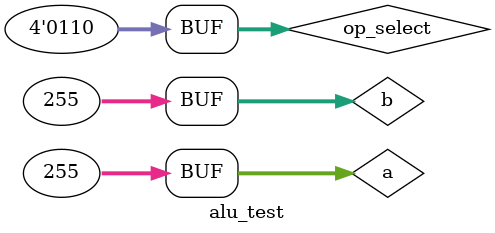
<source format=sv>
`timescale 1ns / 1ps

module alu_test();

    // inputs: operands and operator
    logic [31:0] a;
    logic [31:0] b;
    logic [3:0] op_select;
    // outputs: result
    wire [31:0] result_lo;
    wire [31:0] result_hi;
    
    alu testunit(.operand_a(a),
                 .operand_b(b),
                 .op_select(op_select),
                 .result_lo(result_lo),
                 .result_hi(result_hi));

    initial begin
        // iinc: ff
        a = 32'h000000FF;
        b = 32'h000000FF;
        op_select = 4'b0000;
        #10;
        // iadd: ff + ff
        a = 32'h000000FF;
        b = 32'h000000FF;
        op_select = 4'b0001;
        #10;
        // idiv: ff / ff
        a = 32'h000000FF;
        b = 32'h000000FF;
        op_select = 4'b0100;
        #10;
        // iand: ff & ff
        a = 32'h000000FF;
        b = 32'h000000FF;
        op_select = 4'b0110;
    end

endmodule

</source>
